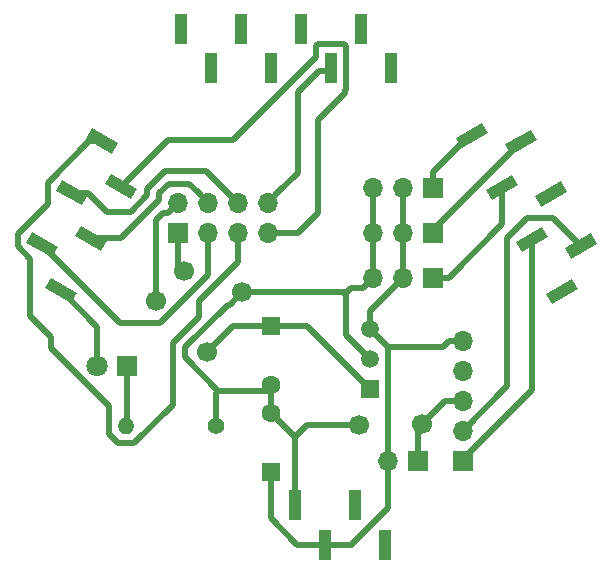
<source format=gbr>
G04 #@! TF.FileFunction,Copper,L2,Bot,Signal*
%FSLAX46Y46*%
G04 Gerber Fmt 4.6, Leading zero omitted, Abs format (unit mm)*
G04 Created by KiCad (PCBNEW 4.0.7-e2-6376~58~ubuntu14.04.1) date Fri Apr 12 08:44:57 2019*
%MOMM*%
%LPD*%
G01*
G04 APERTURE LIST*
%ADD10C,0.100000*%
%ADD11R,1.700000X1.700000*%
%ADD12O,1.700000X1.700000*%
%ADD13R,1.000000X2.510000*%
%ADD14R,1.600000X1.600000*%
%ADD15C,1.600000*%
%ADD16C,1.400000*%
%ADD17O,1.400000X1.400000*%
%ADD18R,1.800000X1.800000*%
%ADD19C,1.800000*%
%ADD20C,1.520000*%
%ADD21R,1.520000X1.520000*%
%ADD22C,1.700000*%
%ADD23C,0.500000*%
G04 APERTURE END LIST*
D10*
G36*
X165722594Y-101437331D02*
X166222594Y-100571305D01*
X168396318Y-101826305D01*
X167896318Y-102692331D01*
X165722594Y-101437331D01*
X165722594Y-101437331D01*
G37*
G36*
X168262594Y-97037922D02*
X168762594Y-96171896D01*
X170936318Y-97426896D01*
X170436318Y-98292922D01*
X168262594Y-97037922D01*
X168262594Y-97037922D01*
G37*
G36*
X170802594Y-92638513D02*
X171302594Y-91772487D01*
X173476318Y-93027487D01*
X172976318Y-93893513D01*
X170802594Y-92638513D01*
X170802594Y-92638513D01*
G37*
G36*
X167319138Y-105292035D02*
X167819138Y-104426009D01*
X169992862Y-105681009D01*
X169492862Y-106547035D01*
X167319138Y-105292035D01*
X167319138Y-105292035D01*
G37*
G36*
X169859138Y-100892626D02*
X170359138Y-100026600D01*
X172532862Y-101281600D01*
X172032862Y-102147626D01*
X169859138Y-100892626D01*
X169859138Y-100892626D01*
G37*
G36*
X172399138Y-96493217D02*
X172899138Y-95627191D01*
X175072862Y-96882191D01*
X174572862Y-97748217D01*
X172399138Y-96493217D01*
X172399138Y-96493217D01*
G37*
D11*
X200152000Y-100584000D03*
D12*
X197612000Y-100584000D03*
X195072000Y-100584000D03*
D11*
X202692000Y-119888000D03*
D12*
X202692000Y-117348000D03*
X202692000Y-114808000D03*
X202692000Y-112268000D03*
X202692000Y-109728000D03*
D10*
G36*
X208427406Y-91863669D02*
X208927406Y-92729695D01*
X206753682Y-93984695D01*
X206253682Y-93118669D01*
X208427406Y-91863669D01*
X208427406Y-91863669D01*
G37*
G36*
X210967406Y-96263078D02*
X211467406Y-97129104D01*
X209293682Y-98384104D01*
X208793682Y-97518078D01*
X210967406Y-96263078D01*
X210967406Y-96263078D01*
G37*
G36*
X213507406Y-100662487D02*
X214007406Y-101528513D01*
X211833682Y-102783513D01*
X211333682Y-101917487D01*
X213507406Y-100662487D01*
X213507406Y-100662487D01*
G37*
G36*
X204290862Y-91318964D02*
X204790862Y-92184990D01*
X202617138Y-93439990D01*
X202117138Y-92573964D01*
X204290862Y-91318964D01*
X204290862Y-91318964D01*
G37*
G36*
X206830862Y-95718373D02*
X207330862Y-96584399D01*
X205157138Y-97839399D01*
X204657138Y-96973373D01*
X206830862Y-95718373D01*
X206830862Y-95718373D01*
G37*
G36*
X209370862Y-100117783D02*
X209870862Y-100983809D01*
X207697138Y-102238809D01*
X207197138Y-101372783D01*
X209370862Y-100117783D01*
X209370862Y-100117783D01*
G37*
G36*
X211910862Y-104517192D02*
X212410862Y-105383218D01*
X210237138Y-106638218D01*
X209737138Y-105772192D01*
X211910862Y-104517192D01*
X211910862Y-104517192D01*
G37*
D13*
X196088000Y-127000000D03*
X191008000Y-127000000D03*
X193548000Y-123690000D03*
X188468000Y-123690000D03*
D14*
X186436000Y-108458000D03*
D15*
X186436000Y-113458000D03*
D16*
X181800000Y-116980000D03*
D17*
X174180000Y-116980000D03*
D18*
X174250000Y-111920000D03*
D19*
X171710000Y-111920000D03*
D14*
X186436000Y-120824000D03*
D15*
X186436000Y-115824000D03*
D11*
X200152000Y-96774000D03*
D12*
X197612000Y-96774000D03*
X195072000Y-96774000D03*
D13*
X196596000Y-86622000D03*
X191516000Y-86622000D03*
X186436000Y-86622000D03*
X181356000Y-86622000D03*
X194056000Y-83312000D03*
X188976000Y-83312000D03*
X183896000Y-83312000D03*
X178816000Y-83312000D03*
D11*
X200152000Y-104394000D03*
D12*
X197612000Y-104394000D03*
X195072000Y-104394000D03*
D11*
X178562000Y-100584000D03*
D12*
X178562000Y-98044000D03*
X181102000Y-100584000D03*
X181102000Y-98044000D03*
X183642000Y-100584000D03*
X183642000Y-98044000D03*
X186182000Y-100584000D03*
X186182000Y-98044000D03*
D11*
X198882000Y-119888000D03*
D12*
X196342000Y-119888000D03*
D20*
X194818000Y-111252000D03*
X194818000Y-108712000D03*
D21*
X194818000Y-113792000D03*
D22*
X193891381Y-116853535D03*
X183969888Y-105660538D03*
X179084217Y-103819967D03*
X199192691Y-116819169D03*
X176667237Y-106342192D03*
X180992371Y-110704338D03*
D23*
X200152000Y-96774000D02*
X200152000Y-95424000D01*
X200152000Y-95424000D02*
X203196523Y-92379477D01*
X203196523Y-92379477D02*
X203454000Y-92379477D01*
X194818000Y-108712000D02*
X194818000Y-107188000D01*
X194818000Y-107188000D02*
X197612000Y-104394000D01*
X202692000Y-109728000D02*
X201489919Y-109728000D01*
X201489919Y-109728000D02*
X200981919Y-110236000D01*
X200981919Y-110236000D02*
X196342000Y-110236000D01*
X196342000Y-119888000D02*
X196342000Y-110236000D01*
X196342000Y-110236000D02*
X194818000Y-108712000D01*
X197612000Y-100584000D02*
X197612000Y-96774000D01*
X197612000Y-104394000D02*
X197612000Y-100584000D01*
X195326000Y-124933001D02*
X193313999Y-126945002D01*
X196342000Y-119888000D02*
X196342000Y-123917001D01*
X196342000Y-123917001D02*
X195326000Y-124933001D01*
X193313999Y-126945002D02*
X193313999Y-127000000D01*
X193313999Y-127000000D02*
X191008000Y-127000000D01*
X186436000Y-120824000D02*
X186436000Y-124763002D01*
X186436000Y-124763002D02*
X188672998Y-127000000D01*
X188672998Y-127000000D02*
X190008000Y-127000000D01*
X190008000Y-127000000D02*
X191008000Y-127000000D01*
X181963376Y-113966000D02*
X181800000Y-114129376D01*
X181800000Y-114129376D02*
X181800000Y-116980000D01*
X186436000Y-113966000D02*
X181963376Y-113966000D01*
X181963376Y-113966000D02*
X179118557Y-111121181D01*
X179118557Y-110315396D02*
X182753953Y-106680000D01*
X179118557Y-111121181D02*
X179118557Y-110315396D01*
X182753953Y-106680000D02*
X182950426Y-106680000D01*
X182950426Y-106680000D02*
X183969888Y-105660538D01*
X192689300Y-116853535D02*
X193891381Y-116853535D01*
X189470465Y-116853535D02*
X192689300Y-116853535D01*
X188468000Y-117856000D02*
X189470465Y-116853535D01*
X192789462Y-105660538D02*
X192532000Y-105660538D01*
X192789462Y-105918000D02*
X192532000Y-105660538D01*
X192532000Y-105660538D02*
X185171969Y-105660538D01*
X194818000Y-111252000D02*
X192789462Y-109223462D01*
X192789462Y-109223462D02*
X192789462Y-105918000D01*
X185171969Y-105660538D02*
X183969888Y-105660538D01*
X193206001Y-105243999D02*
X192789462Y-105660538D01*
X178562000Y-100584000D02*
X178562000Y-103297750D01*
X179144491Y-103880241D02*
X179084217Y-103819967D01*
X179155759Y-103880241D02*
X179144491Y-103880241D01*
X178562000Y-103297750D02*
X179084217Y-103819967D01*
X195072000Y-104394000D02*
X194222001Y-105243999D01*
X194222001Y-105243999D02*
X193206001Y-105243999D01*
X195072000Y-100584000D02*
X195072000Y-104394000D01*
X195072000Y-96774000D02*
X195072000Y-100584000D01*
X198882000Y-117129860D02*
X199192691Y-116819169D01*
X199992690Y-116019170D02*
X199192691Y-116819169D01*
X201203860Y-114808000D02*
X199992690Y-116019170D01*
X202692000Y-114808000D02*
X201203860Y-114808000D01*
X198882000Y-119888000D02*
X198882000Y-117129860D01*
X192786000Y-105664000D02*
X193206001Y-105243999D01*
X188468000Y-123690000D02*
X188468000Y-117856000D01*
X188468000Y-122935000D02*
X188468000Y-123690000D01*
X186436000Y-115824000D02*
X186436000Y-113458000D01*
X188468000Y-117856000D02*
X186436000Y-115824000D01*
X174250000Y-111920000D02*
X174250000Y-116910000D01*
X174250000Y-116910000D02*
X174180000Y-116980000D01*
X174180000Y-111990000D02*
X174250000Y-111920000D01*
X168656000Y-105486522D02*
X171710000Y-108540522D01*
X171710000Y-108540522D02*
X171710000Y-111920000D01*
X200152000Y-100584000D02*
X200152000Y-100362726D01*
X200152000Y-100362726D02*
X207590544Y-92924182D01*
X200486000Y-100584000D02*
X200736001Y-100333999D01*
X206601111Y-93913615D02*
X207590544Y-92924182D01*
X200152000Y-104394000D02*
X201502000Y-104394000D01*
X201502000Y-104394000D02*
X205994000Y-99902000D01*
X205994000Y-99902000D02*
X205994000Y-97456236D01*
X205994000Y-97456236D02*
X205994000Y-96778886D01*
X173683384Y-108255746D02*
X168048889Y-102621251D01*
X168048889Y-102621251D02*
X167059456Y-101631818D01*
X181102000Y-100584000D02*
X181102000Y-104170186D01*
X181102000Y-104170186D02*
X177016440Y-108255746D01*
X177016440Y-108255746D02*
X173683384Y-108255746D01*
X169599456Y-97232409D02*
X170958573Y-97232409D01*
X174575755Y-98806000D02*
X175961988Y-97419767D01*
X175961988Y-96861781D02*
X177477265Y-95346504D01*
X170958573Y-97232409D02*
X172532164Y-98806000D01*
X172532164Y-98806000D02*
X174575755Y-98806000D01*
X175961988Y-97419767D02*
X175961988Y-96861781D01*
X177477265Y-95346504D02*
X180944504Y-95346504D01*
X180944504Y-95346504D02*
X183642000Y-98044000D01*
X188722000Y-100584000D02*
X186182000Y-100584000D01*
X188722000Y-100584000D02*
X190415999Y-98890001D01*
X192766001Y-88477001D02*
X192766001Y-84766999D01*
X177691749Y-92731955D02*
X173736000Y-96687704D01*
X190415999Y-98890001D02*
X190415999Y-91073003D01*
X190415999Y-91073003D02*
X192721751Y-88767251D01*
X190265999Y-85703774D02*
X183237818Y-92731955D01*
X192721751Y-88767251D02*
X192721751Y-88521251D01*
X192721751Y-88521251D02*
X192766001Y-88477001D01*
X192766001Y-84766999D02*
X192616001Y-84616999D01*
X192616001Y-84616999D02*
X190415999Y-84616999D01*
X190415999Y-84616999D02*
X190265999Y-84766999D01*
X190265999Y-84766999D02*
X190265999Y-85703774D01*
X183237818Y-92731955D02*
X177691749Y-92731955D01*
X183642000Y-103044415D02*
X180301953Y-106384462D01*
X164972584Y-101747997D02*
X164972584Y-100666607D01*
X171039456Y-92833000D02*
X172139456Y-92833000D01*
X180301953Y-107717771D02*
X178118546Y-109901178D01*
X178118546Y-109901178D02*
X178118546Y-115187456D01*
X174876001Y-118430001D02*
X173483999Y-118430001D01*
X172729999Y-115280570D02*
X167768801Y-110319372D01*
X178118546Y-115187456D02*
X174876001Y-118430001D01*
X166020117Y-102795530D02*
X164972584Y-101747997D01*
X167768801Y-110319372D02*
X167768801Y-109393027D01*
X180301953Y-106384462D02*
X180301953Y-107717771D01*
X166020117Y-107644343D02*
X166020117Y-102795530D01*
X167512584Y-98126607D02*
X167512584Y-96359872D01*
X173483999Y-118430001D02*
X172729999Y-117676001D01*
X172729999Y-117676001D02*
X172729999Y-115280570D01*
X183642000Y-100584000D02*
X183642000Y-103044415D01*
X167512584Y-96359872D02*
X171039456Y-92833000D01*
X164972584Y-100666607D02*
X167512584Y-98126607D01*
X167768801Y-109393027D02*
X166020117Y-107644343D01*
X188722000Y-95504000D02*
X188722000Y-88662000D01*
X186182000Y-98044000D02*
X187031999Y-97194001D01*
X187031999Y-97194001D02*
X188722000Y-95504000D01*
X190516000Y-86868000D02*
X191516000Y-86868000D01*
X188722000Y-88662000D02*
X190516000Y-86868000D01*
X186436000Y-108458000D02*
X189484000Y-108458000D01*
X189484000Y-108458000D02*
X194818000Y-113792000D01*
X176667237Y-105140111D02*
X176667237Y-106342192D01*
X176667237Y-99542971D02*
X176667237Y-105140111D01*
X177316209Y-98893999D02*
X176667237Y-99542971D01*
X177712001Y-98893999D02*
X177316209Y-98893999D01*
X178562000Y-98044000D02*
X177712001Y-98893999D01*
X186436000Y-108458000D02*
X183238709Y-108458000D01*
X181842370Y-109854339D02*
X180992371Y-110704338D01*
X183238709Y-108458000D02*
X181842370Y-109854339D01*
X186436000Y-108458000D02*
X183193833Y-108458000D01*
X212670544Y-101723000D02*
X210315317Y-99367773D01*
X210315317Y-99367773D02*
X208141472Y-99367773D01*
X208141472Y-99367773D02*
X206447128Y-101062117D01*
X206447128Y-101062117D02*
X206447128Y-113592872D01*
X206447128Y-113592872D02*
X202692000Y-117348000D01*
X208534000Y-101178296D02*
X208534000Y-113945298D01*
X208534000Y-113945298D02*
X202692000Y-119787298D01*
X202692000Y-119787298D02*
X202692000Y-119888000D01*
X180252001Y-97194001D02*
X181102000Y-98044000D01*
X176961999Y-97275999D02*
X177793999Y-96443999D01*
X176961999Y-97833985D02*
X176961999Y-97275999D01*
X173708871Y-101087113D02*
X176961999Y-97833985D01*
X179501999Y-96443999D02*
X180252001Y-97194001D01*
X171196000Y-101087113D02*
X173708871Y-101087113D01*
X177793999Y-96443999D02*
X179501999Y-96443999D01*
M02*

</source>
